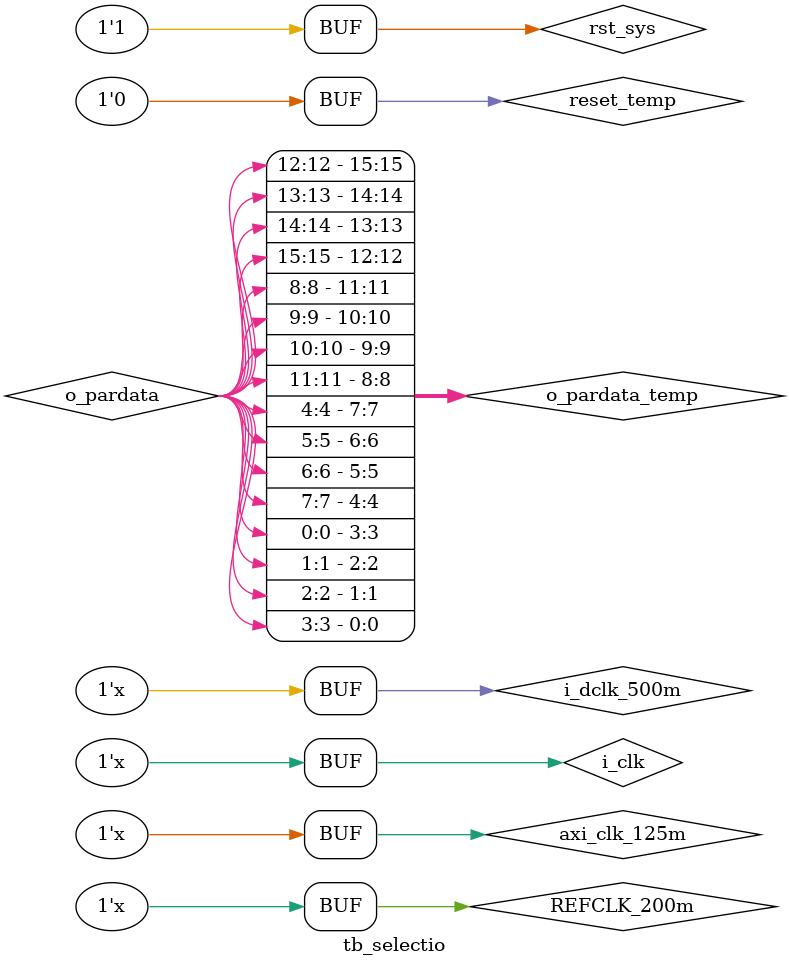
<source format=v>
`timescale 1ns / 1ps
`define DW 4
`define SP_Mult 4 
module tb_selectio();
//-----------------------------------------------------------------------------
// Dump fsdb file
//-----------------------------------------------------------------------------

//initial
//begin
//    $fsdbDumpoff;
//    //#50; //run 1250us, before start dump wave file
//    $fsdbDumpon;
//    $fsdbDumpfile("tb_selectIO.fsdb");
//    //$fsdbAutoSwitchDumpfile(800,"tb_cpri_serdes_top.fsdb",100); //file size 800M, 100 files total
//    $fsdbDumpvars;
//	$fsdbDumpMDA();
//end

always #10000 $display("Simluate time == %0dus",$time/1000);

glbl glbl();


reg i_clk = 1'b0;
reg reset_temp = 1'b0;
wire rst_temp;
wire          data_vld_temp;
wire          data_ca_temp;
wire [15:0]   data_i_temp;
wire [15:0]   data_q_temp;
wire [15:0]   sin_coff_temp;
wire [15:0]   cos_coff_temp;
wire          after_multi_vld;
wire          after_multi_ca;
wire [15:0]   after_multi_i;
wire [15:0]   after_multi_q;

//always #4ns i_clk = ~i_clk;
//always #4ns slowclk = ~slowclk;
//always #4 clk_125m = ~clk_125m;
always #1.0173 i_clk = ~i_clk;
//always #1.63 clk_b = ~clk_b;
	
//module slect_io#(
//    parameter                       DW          = 4   ,
//    parameter                       SP_Mult     = 4            
//)
// (
//   input REFCLK_200m,
//   input clk_125M,
//	input i_rst,
//	
//	input i_dclk,
//   
//   //input serial 
//	input i_clk_p,
//   input i_clk_n,
//	input [DW-1 : 0] i_data_p,
//	input [DW-1 : 0] i_data_n,
//	
//   //output serial
//   output o_clk_p,
//   output o_clk_n,
//	output [DW-1 : 0]    o_data_p,
//	output [DW-1 : 0]    o_data_n,
//   
//   //oout inter logic
//   output               o_fclk,
//   output [DW*SP_Mult-1 : 0]          o_pardata,
//   //input inter logic
//   input  [DW*SP_Mult-1 : 0]          i_pardata,
//   
//   //iserdes/oserdes  loop
//   input  [DW-1 : 0] IFB,
//   output [DW-1 : 0] OFB
//	);
	reg REFCLK_200m = 1'b0;
	reg axi_clk_125m = 1'b0;
	reg i_dclk_500m = 1'b0;
	reg rst_sys = 1'b1;
	reg [`DW-1 : 0] i_bitslip = {(`DW){1'b0}};
	reg [`DW-1 : 0] i_bitslip_slap1 = {(`DW){1'b0}};
	reg [`DW*`SP_Mult-1 : 0] i_pardata = {(`DW*`SP_Mult){1'b0}};
	reg [`DW*`SP_Mult-1 : 0] o_pardata_before = {(`DW*`SP_Mult){1'b0}};
	
	wire clk_p;
	wire clk_n;  
	wire [`DW-1 : 0] data_p;
	wire [`DW-1 : 0] data_n;
	
	wire [`DW*`SP_Mult-1 : 0] o_pardata;
	wire [`DW*`SP_Mult-1 : 0] o_pardata_temp;
	wire o_fclk;
	wire o_dclk_div;
	
	always #2.5 REFCLK_200m = ~REFCLK_200m;
	always #4 axi_clk_125m = ~axi_clk_125m;
	always #1 i_dclk_500m = ~i_dclk_500m;
	
	initial begin
		rst_sys=1'b1;
		#500;
		rst_sys=1'b0;
	end
	
	integer count_num;
	//every 2048 one frame, easy to verify
	always@(posedge o_dclk_div)begin
		if(rst_sys) begin
			i_pardata <= {(`DW*`SP_Mult){1'b0}};
			count_num <= 0;
		end
		else begin
			if(count_num == 0) begin
				i_pardata <= {(`DW*`SP_Mult/4){4'h1}};
			end
			else if(count_num < 15)begin
			    i_pardata <= {(`DW*`SP_Mult/4){4'h1}};
			end 
			else if(count_num == 15) begin
			    i_pardata <= {(`DW*`SP_Mult){1'b0}};
			end 
			else if(count_num < 2048) begin
			    i_pardata <= i_pardata + 1;
			end
			else begin
				i_pardata <= {(`DW*`SP_Mult){1'b0}};
			end
			
			if(count_num < 2048)  
				count_num <= count_num + 1;
			else 
				count_num <= 0;
		end 
	end 
	integer receive_data_count;
	integer receive_head;
	integer bit_cycle;
	//assign i_bitslip =  (o_pardata != 16'hcccc) && (receive_head == 0) ?  {(`DW){1'b1}} : {(`DW){1'b0}};
	//check data_ca_temp
	always@(posedge o_fclk)begin
		if(rst_sys) begin
			receive_head <= 0;
			receive_data_count <= 0;
			bit_cycle <= 0;
			o_pardata_before <= {(`DW*`SP_Mult){1'b0}};
			i_bitslip <= {(`DW){1'b0}};
		end 
		else begin
			i_bitslip_slap1 <= i_bitslip;
			o_pardata_before <= o_pardata;
            //case()
			//	2'b00 : begin //idle,wait for ysnc
//
			//	end
			//	2'b01 : begin //change bitslp
//
			//	end
			//	2'b10 : begin //wait atleast 3cycle
//
			//	end
			//	2'b11 : begin //receive data
//
			//	end
//
			//endcase 


			if(o_pardata == 16'h1111 )begin
				if(receive_head == 0) begin
					receive_head <= receive_head + 1;
					$display("haven detect the sync byte");
				end
				else begin
					if(o_pardata_before == 16'h1111) begin
						receive_head <= receive_head + 1;
						$display("Now detect the %0d sync 7*0xcccc",receive_head);
					end
					else begin
						$display("it's a data 0xcccc detect");
					end 
				end
			end
			else begin
				if(receive_head == 0) begin
					if(bit_cycle == 0) begin
						i_bitslip <= {(`DW){1'b1}};
						bit_cycle <= 4;
						$display("haven't detect the sync byte, change i_bitslip once");
					end
					else begin
						i_bitslip <= {(`DW){1'b0}};
						bit_cycle <= bit_cycle - 1;
					end 
				end
				else begin
					$display("Now begin data transfer"); 
				end 
			end


//
//if((o_pardata != 16'hcccc) && (receive_head == 0) && (i_bitslip == {(`DW){1'b0}})) begin
//    i_bitslip <= {(`DW){1'b1}};
//	$display("haven't detect the sync byte, change i_bitslip once");
//	receive_head <= 0;
//end
//else begin
//	if((o_pardata == 16'hcccc) && (receive_head == 0)) begin
//		receive_head <= receive_head + 1;
//		i_bitslip <= {(`DW){1'b0}};
//		$display("Now detect the first sync 7*0xcccc");
//	end
//	else begin
//		if((o_pardata == 16'hcccc) && (o_pardata_before == 16'hcccc)) begin
//			receive_head <= receive_head + 1;
//			i_bitslip <= {(`DW){1'b0}};
//			$display("Now detect the %0d sync 7*0xcccc",receive_head);
//		end
//		else begin
//				i_bitslip <= {(`DW){1'b0}};
//				$display("Now begin data transfer"); 
//		end
//	end
//
//	
//end 
			
			if(receive_head > 0) begin
				if(o_pardata != (o_pardata_before + 1)) begin
					$display("Now detect the errordata @ o_pardata_before =0x%4h,  o_pardata = 0x%4h",o_pardata_before,o_pardata);
				end 
			end 
			
			
			
			//if((o_pardata == {(`DW*`SP_Mult/2){2'b01}}) || (receive_head == 0)) begin
			//	receive_head <= receive_head + 1;
			//	i_bitslip <= {(`DW){1'b0}};
			//	$display("Now detect the first sync 7*0x5555");
			//end
			//else if((o_pardata == ~o_pardata_before) || (receive_head <7)) begin
			//	receive_head <= receive_head + 1;
			//	i_bitslip <= {(`DW){1'b0}};
			//	$display("Now detect the sync byte 0x%4h",o_pardata);
			//end
			//else begin
			//    if(receive_head <7) begin
			//	    i_bitslip <= {(`DW){1'b1}};
			//		$display("Now bitslip once");
			//	    receive_head <= receive_head + 1;
			//	end 
			//	else begin
			//	    $display("Now detect the sync 7*0x5555");
			//		receive_head <= 0;
			//		receive_data_count <= receive_data_count + 1;
			//	end 
			//	//if(receive_head == 7) begin
			//	//	$display("Now detect the sync 7*0x5555");
			//	//	receive_head <= 0;
			//	//	receive_data_count <= 0;
			//	//end
			//	//else begin
			//	//	receive_head <= 0;
			//	//	receive_data_count <= receive_data_count + 1;
			//	//    if(o_pardata != (o_pardata_before + 1)) begin
			//	//		$display("Now detect the errordata @ o_pardata_before =0x%4h,  o_pardata = 0x%4h",o_pardata_before,o_pardata);
			//	//	end 
			//	//end
			//end
		
		end
	
	end
    generate 	
   	genvar slice_count;
	 for (slice_count = 0; slice_count < `DW; slice_count = slice_count + 1) begin: in_slices
        // This places the first data in time on the right
        assign o_pardata[slice_count]       =  o_pardata_temp[`DW*1-1-slice_count];
        assign o_pardata[`DW*1+slice_count] =  o_pardata_temp[`DW*2-1-slice_count];
        assign o_pardata[`DW*2+slice_count] =  o_pardata_temp[`DW*3-1-slice_count];
        assign o_pardata[`DW*3+slice_count] =  o_pardata_temp[`DW*4-1-slice_count];
        // To place the first data in time on the left, use the
        //   following code, instead
        // assign data_in_to_device2[slice_count] =
        //   iserdes_q[slice_count];
     end
	endgenerate
	
    select_io  #(
	.DW(4),
	.SP_Mult(4)
	)u_select_io 
	(
	.REFCLK_200m(REFCLK_200m),
	.clk_125M(axi_clk_125m),
	.i_rst(rst_sys),

	.i_dclk(i_dclk_500m),
	.o_dclk_div(o_dclk_div),
	.i_pardata(i_pardata),
	.o_clk_p(clk_p),
	.o_clk_n(clk_n),
	.o_data_p(data_p),
	.o_data_n(data_n),

	.i_clk_p(clk_p),
	.i_clk_n(clk_n),
	.i_data_p(data_p),
	.i_data_n(data_n), 
	.i_bitslip(i_bitslip),
	.o_fclk(o_fclk),
	.o_pardata(o_pardata_temp),
	
	.IFB(4'b0000),
	.OFB()
);
	
//    test_multi_freq u_test_multi_freq(
//    .i_clk(i_clk),
//	.o_rst(rst_temp),
//    .o_data_vld(data_vld_temp),
//	.o_data_ca(data_ca_temp),
//	.o_data_i(data_i_temp),
//	.o_data_q(data_q_temp),
//	.o_sin_coff(sin_coff_temp), 
//	.o_cos_coff(cos_coff_temp), 
//	.i_data_vld(after_multi_vld),
//	.i_data_ca(after_multi_ca),
//	.i_data_i(after_multi_i),
//	.i_data_q(after_multi_q)
//);


endmodule
</source>
